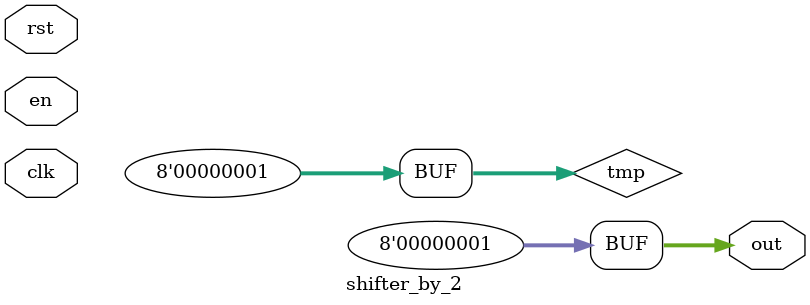
<source format=v>
module shifter_by_2(rst,clk,en,out);
    parameter reset_val = 8'b00000001;
    parameter final_val = 8'b01000000;
    parameter amount = 2;
    input rst, clk, en;
    output [7:0] out;
    reg [7:0] out;
    reg [7:0] tmp;
    initial begin
        out = reset_val;
        tmp = reset_val;
    end
    always @(!rst) begin
       out = reset_val;
       tmp = reset_val;
    end
    integer i;
    always @(posedge clk) begin
       if(en) begin
           for(i=0;i<amount;i=i+1) begin
               tmp = tmp << 1;
           end
       end 
       out = tmp;
    end
endmodule
</source>
